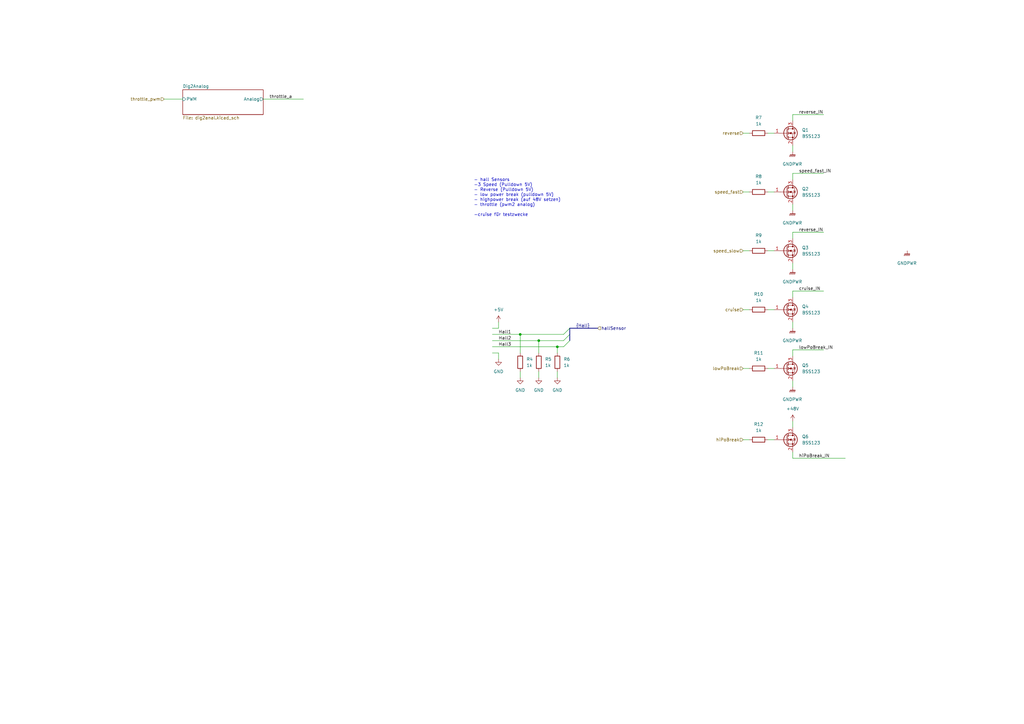
<source format=kicad_sch>
(kicad_sch (version 20211123) (generator eeschema)
  (paper "A3")
  (lib_symbols
    (symbol "Device:R" (pin_numbers hide) (pin_names (offset 0))
      (property "Reference" "R" (at 2.032 0 90))
      (property "Value" "R" (at 0 0 90))
      (symbol "R_0_1"
        (rectangle (start -1.016 -2.54) (end 1.016 2.54) (stroke (width 0.254)))
      )
      (symbol "R_1_1"
        (pin passive line (at 0 3.81 270) (length 1.27) (name "~") (number "1"))
        (pin passive line (at 0 -3.81 90) (length 1.27) (name "~") (number "2"))
      )
    )
    (symbol "Transistor_FET:BSS123" (pin_names hide)
      (property "Reference" "Q" (at 5.08 1.905 0))
      (property "Value" "BSS123" (at 5.08 0 0))
      (symbol "BSS123_0_1"
        (polyline (pts (xy 0.254 0) (xy -2.54 0)))
        (polyline (pts (xy 0.254 1.905) (xy 0.254 -1.905)) (stroke (width 0.254)))
        (polyline (pts (xy 0.762 -1.27) (xy 0.762 -2.286)) (stroke (width 0.254)))
        (polyline (pts (xy 0.762 0.508) (xy 0.762 -0.508)) (stroke (width 0.254)))
        (polyline (pts (xy 0.762 2.286) (xy 0.762 1.27)) (stroke (width 0.254)))
        (polyline (pts (xy 2.54 2.54) (xy 2.54 1.778)))
        (polyline (pts (xy 2.54 -2.54) (xy 2.54 0) (xy 0.762 0)))
        (polyline (pts (xy 0.762 -1.778) (xy 3.302 -1.778) (xy 3.302 1.778) (xy 0.762 1.778)))
        (polyline (pts (xy 1.016 0) (xy 2.032 0.381) (xy 2.032 -0.381) (xy 1.016 0)) (fill (type outline)))
        (polyline (pts (xy 2.794 0.508) (xy 2.921 0.381) (xy 3.683 0.381) (xy 3.81 0.254)))
        (polyline (pts (xy 3.302 0.381) (xy 2.921 -0.254) (xy 3.683 -0.254) (xy 3.302 0.381)))
        (circle (center 1.651 0) (radius 2.794) (stroke (width 0.254)))
        (circle (center 2.54 -1.778) (radius 0.254) (fill (type outline)))
        (circle (center 2.54 1.778) (radius 0.254) (fill (type outline)))
      )
      (symbol "BSS123_1_1"
        (pin input line (at -5.08 0 0) (length 2.54) (name "G") (number "1"))
        (pin passive line (at 2.54 -5.08 90) (length 2.54) (name "S") (number "2"))
        (pin passive line (at 2.54 5.08 270) (length 2.54) (name "D") (number "3"))
      )
    )
    (symbol "power:+48V" (power) (pin_names (offset 0))
      (property "Value" "+48V" (at 0 3.556 0))
      (symbol "+48V_0_1"
        (polyline (pts (xy -0.762 1.27) (xy 0 2.54)))
        (polyline (pts (xy 0 0) (xy 0 2.54)))
        (polyline (pts (xy 0 2.54) (xy 0.762 1.27)))
      )
      (symbol "+48V_1_1"
        (pin power_in line (at 0 0 90) (length 0) hide (name "+48V") (number "1"))
      )
    )
    (symbol "power:+5V" (power) (pin_names (offset 0))
      (property "Value" "+5V" (at 0 3.556 0))
      (symbol "+5V_0_1"
        (polyline (pts (xy -0.762 1.27) (xy 0 2.54)))
        (polyline (pts (xy 0 0) (xy 0 2.54)))
        (polyline (pts (xy 0 2.54) (xy 0.762 1.27)))
      )
      (symbol "+5V_1_1"
        (pin power_in line (at 0 0 90) (length 0) hide (name "+5V") (number "1"))
      )
    )
    (symbol "power:GND" (power) (pin_names (offset 0))
      (property "Value" "GND" (at 0 -3.81 0))
      (symbol "GND_0_1"
        (polyline (pts (xy 0 0) (xy 0 -1.27) (xy 1.27 -1.27) (xy 0 -2.54) (xy -1.27 -1.27) (xy 0 -1.27)))
      )
      (symbol "GND_1_1"
        (pin power_in line (at 0 0 270) (length 0) hide (name "GND") (number "1"))
      )
    )
    (symbol "power:GNDPWR" (power) (pin_names (offset 0))
      (property "Value" "GNDPWR" (at 0 -3.302 0))
      (symbol "GNDPWR_0_1"
        (polyline (pts (xy 0 -1.27) (xy 0 0)))
        (polyline (pts (xy -1.016 -1.27) (xy -1.27 -2.032) (xy -1.27 -2.032)) (stroke (width 0.2032)))
        (polyline (pts (xy -0.508 -1.27) (xy -0.762 -2.032) (xy -0.762 -2.032)) (stroke (width 0.2032)))
        (polyline (pts (xy 0 -1.27) (xy -0.254 -2.032) (xy -0.254 -2.032)) (stroke (width 0.2032)))
        (polyline (pts (xy 0.508 -1.27) (xy 0.254 -2.032) (xy 0.254 -2.032)) (stroke (width 0.2032)))
        (polyline (pts (xy 1.016 -1.27) (xy -1.016 -1.27) (xy -1.016 -1.27)) (stroke (width 0.2032)))
        (polyline (pts (xy 1.016 -1.27) (xy 0.762 -2.032) (xy 0.762 -2.032) (xy 0.762 -2.032)) (stroke (width 0.2032)))
      )
      (symbol "GNDPWR_1_1"
        (pin power_in line (at 0 0 270) (length 0) hide (name "GNDPWR") (number "1"))
      )
    )
  )
  (bus_alias "Hall" (members "Hall1" "Hall2" "Hall3"))
  (junction (at 213.36 137.16))
  (junction (at 220.98 139.7))
  (junction (at 228.6 142.24))
  (bus_entry (at 233.68 139.7) (size -2.54 2.54))
  (bus_entry (at 233.68 137.16) (size -2.54 2.54))
  (bus_entry (at 233.68 134.62) (size -2.54 2.54))
  (wire (pts (xy 228.6 142.24) (xy 231.14 142.24)))
  (wire (pts (xy 314.96 54.61) (xy 317.5 54.61)))
  (wire (pts (xy 325.12 185.42) (xy 325.12 187.96)))
  (wire (pts (xy 304.8 102.87) (xy 307.34 102.87)))
  (wire (pts (xy 304.8 151.13) (xy 307.34 151.13)))
  (wire (pts (xy 325.12 46.99) (xy 337.82 46.99)))
  (wire (pts (xy 228.6 152.4) (xy 228.6 154.94)))
  (wire (pts (xy 213.36 137.16) (xy 213.36 144.78)))
  (bus (pts (xy 233.68 137.16) (xy 233.68 139.7)))
  (wire (pts (xy 314.96 180.34) (xy 317.5 180.34)))
  (wire (pts (xy 325.12 146.05) (xy 325.12 143.51)))
  (wire (pts (xy 325.12 121.92) (xy 325.12 119.38)))
  (wire (pts (xy 325.12 187.96) (xy 346.71 187.96)))
  (wire (pts (xy 228.6 142.24) (xy 228.6 144.78)))
  (wire (pts (xy 325.12 156.21) (xy 325.12 158.75)))
  (wire (pts (xy 325.12 95.25) (xy 337.82 95.25)))
  (wire (pts (xy 325.12 71.12) (xy 337.82 71.12)))
  (wire (pts (xy 325.12 97.79) (xy 325.12 95.25)))
  (bus (pts (xy 233.68 134.62) (xy 245.11 134.62)))
  (wire (pts (xy 220.98 139.7) (xy 220.98 144.78)))
  (wire (pts (xy 325.12 132.08) (xy 325.12 134.62)))
  (wire (pts (xy 325.12 107.95) (xy 325.12 110.49)))
  (wire (pts (xy 304.8 54.61) (xy 307.34 54.61)))
  (wire (pts (xy 325.12 143.51) (xy 337.82 143.51)))
  (wire (pts (xy 220.98 152.4) (xy 220.98 154.94)))
  (wire (pts (xy 304.8 180.34) (xy 307.34 180.34)))
  (wire (pts (xy 201.93 137.16) (xy 213.36 137.16)))
  (wire (pts (xy 325.12 119.38) (xy 337.82 119.38)))
  (wire (pts (xy 314.96 78.74) (xy 317.5 78.74)))
  (wire (pts (xy 201.93 139.7) (xy 220.98 139.7)))
  (wire (pts (xy 201.93 144.78) (xy 204.47 144.78)))
  (wire (pts (xy 325.12 83.82) (xy 325.12 86.36)))
  (wire (pts (xy 325.12 49.53) (xy 325.12 46.99)))
  (wire (pts (xy 213.36 137.16) (xy 231.14 137.16)))
  (wire (pts (xy 220.98 139.7) (xy 231.14 139.7)))
  (wire (pts (xy 201.93 134.62) (xy 204.47 134.62)))
  (wire (pts (xy 201.93 142.24) (xy 228.6 142.24)))
  (wire (pts (xy 304.8 78.74) (xy 307.34 78.74)))
  (wire (pts (xy 325.12 175.26) (xy 325.12 172.72)))
  (wire (pts (xy 314.96 127) (xy 317.5 127)))
  (wire (pts (xy 314.96 151.13) (xy 317.5 151.13)))
  (wire (pts (xy 67.31 40.64) (xy 74.93 40.64)))
  (wire (pts (xy 314.96 102.87) (xy 317.5 102.87)))
  (wire (pts (xy 325.12 73.66) (xy 325.12 71.12)))
  (wire (pts (xy 204.47 147.32) (xy 204.47 144.78)))
  (wire (pts (xy 107.95 40.64) (xy 124.46 40.64)))
  (wire (pts (xy 204.47 132.08) (xy 204.47 134.62)))
  (bus (pts (xy 233.68 134.62) (xy 233.68 137.16)))
  (wire (pts (xy 213.36 152.4) (xy 213.36 154.94)))
  (wire (pts (xy 304.8 127) (xy 307.34 127)))
  (wire (pts (xy 325.12 59.69) (xy 325.12 62.23)))
  (text "- hall Sensors\n-3 Speed (Pulldown 5V)\n- Reverse (Pulldown 5V)\n- low power break (pulldown 5V)\n- highpower break (auf 48V setzen)\n- throttle (pwm2 analog)\n\n-cruise für testzwecke\n" (at 194.31 88.9 0) (effects (font (size 1.27 1.27)) (justify left bottom)))
  (label "throttle_a" (at 110.49 40.64 0))
  (label "speed_fast_IN" (at 327.66 71.12 0))
  (label "Hall3" (at 204.47 142.24 0))
  (label "cruise_IN" (at 327.66 119.38 0))
  (label "reverse_IN" (at 327.66 46.99 0))
  (label "hiPoBreak_IN" (at 327.66 187.96 0))
  (label "{Hall}" (at 236.22 134.62 0))
  (label "lowPoBreak_IN" (at 327.66 143.51 0))
  (label "Hall1" (at 204.47 137.16 0))
  (label "reverse_IN" (at 327.66 95.25 0))
  (label "Hall2" (at 204.47 139.7 0))
  (hierarchical_label "speed_slow" (shape input) (at 304.8 102.87 180))
  (hierarchical_label "speed_fast" (shape input) (at 304.8 78.74 180))
  (hierarchical_label "throttle_pwm" (shape input) (at 67.31 40.64 180))
  (hierarchical_label "reverse" (shape input) (at 304.8 54.61 180))
  (hierarchical_label "hiPoBreak" (shape input) (at 304.8 180.34 180))
  (hierarchical_label "hallSensor" (shape input) (at 245.11 134.62 0))
  (hierarchical_label "cruise" (shape input) (at 304.8 127 180))
  (hierarchical_label "lowPoBreak" (shape input) (at 304.8 151.13 180))
  (symbol (lib_id "power:GNDPWR") (at 325.12 134.62 0) (unit 1)
    (property "Reference" "#PWR0135" (effects hide))
    (property "Value" "GNDPWR" (at 324.993 139.7 0))
  )
  (symbol (lib_id "power:GNDPWR") (at 372.11 102.87 0) (unit 1)
    (property "Reference" "#PWR0131" (effects hide))
    (property "Value" "GNDPWR" (at 371.983 107.95 0))
  )
  (symbol (lib_id "power:GND") (at 204.47 147.32 0) (unit 1)
    (property "Reference" "#PWR0127" (effects hide))
    (property "Value" "GND" (at 204.47 152.4 0))
  )
  (symbol (lib_id "Device:R") (at 311.15 78.74 270) (unit 1)
    (property "Reference" "R8" (at 311.15 72.39 90))
    (property "Value" "1k" (at 311.15 74.93 90))
    (property "Footprint" "Resistor_SMD:R_0603_1608Metric" (effects hide))
  )
  (symbol (lib_id "power:GNDPWR") (at 325.12 110.49 0) (unit 1)
    (property "Reference" "#PWR0129" (effects hide))
    (property "Value" "GNDPWR" (at 324.993 115.57 0))
  )
  (symbol (lib_id "power:GNDPWR") (at 325.12 86.36 0) (unit 1)
    (property "Reference" "#PWR0132" (effects hide))
    (property "Value" "GNDPWR" (at 324.993 91.44 0))
  )
  (symbol (lib_id "Device:R") (at 311.15 102.87 270) (unit 1)
    (property "Reference" "R9" (at 311.15 96.52 90))
    (property "Value" "1k" (at 311.15 99.06 90))
    (property "Footprint" "Resistor_SMD:R_0603_1608Metric" (effects hide))
  )
  (symbol (lib_id "Transistor_FET:BSS123") (at 322.58 78.74 0) (unit 1)
    (property "Reference" "Q2" (at 328.93 77.4699 0) (effects (justify left)))
    (property "Value" "BSS123" (at 328.93 80.0099 0) (effects (justify left)))
    (property "Footprint" "Package_TO_SOT_SMD:SOT-23" (effects hide))
    (property "Datasheet" "http://www.diodes.com/assets/Datasheets/ds30366.pdf" (effects hide))
  )
  (symbol (lib_id "Transistor_FET:BSS123") (at 322.58 151.13 0) (unit 1)
    (property "Reference" "Q5" (at 328.93 149.8599 0) (effects (justify left)))
    (property "Value" "BSS123" (at 328.93 152.3999 0) (effects (justify left)))
    (property "Footprint" "Package_TO_SOT_SMD:SOT-23" (effects hide))
    (property "Datasheet" "http://www.diodes.com/assets/Datasheets/ds30366.pdf" (effects hide))
  )
  (symbol (lib_id "Device:R") (at 311.15 127 270) (unit 1)
    (property "Reference" "R10" (at 311.15 120.65 90))
    (property "Value" "1k" (at 311.15 123.19 90))
    (property "Footprint" "Resistor_SMD:R_0603_1608Metric" (effects hide))
  )
  (symbol (lib_id "power:GNDPWR") (at 325.12 158.75 0) (unit 1)
    (property "Reference" "#PWR0133" (effects hide))
    (property "Value" "GNDPWR" (at 324.993 163.83 0))
  )
  (symbol (lib_id "power:GNDPWR") (at 325.12 62.23 0) (unit 1)
    (property "Reference" "#PWR0130" (effects hide))
    (property "Value" "GNDPWR" (at 324.993 67.31 0))
  )
  (symbol (lib_id "Transistor_FET:BSS123") (at 322.58 127 0) (unit 1)
    (property "Reference" "Q4" (at 328.93 125.7299 0) (effects (justify left)))
    (property "Value" "BSS123" (at 328.93 128.2699 0) (effects (justify left)))
    (property "Footprint" "Package_TO_SOT_SMD:SOT-23" (effects hide))
    (property "Datasheet" "http://www.diodes.com/assets/Datasheets/ds30366.pdf" (effects hide))
  )
  (symbol (lib_id "power:+48V") (at 325.12 172.72 0) (unit 1)
    (property "Reference" "#PWR0134" (effects hide))
    (property "Value" "+48V" (at 325.12 167.64 0))
  )
  (symbol (lib_id "Device:R") (at 213.36 148.59 180) (unit 1)
    (property "Reference" "R4" (at 215.9 147.3199 0) (effects (justify right)))
    (property "Value" "1k" (at 215.9 149.8599 0) (effects (justify right)))
    (property "Footprint" "Resistor_SMD:R_0603_1608Metric" (effects hide))
  )
  (symbol (lib_id "power:GND") (at 213.36 154.94 0) (unit 1)
    (property "Reference" "#PWR0126" (effects hide))
    (property "Value" "GND" (at 213.36 160.02 0))
  )
  (symbol (lib_id "Transistor_FET:BSS123") (at 322.58 180.34 0) (unit 1)
    (property "Reference" "Q6" (at 328.93 179.0699 0) (effects (justify left)))
    (property "Value" "BSS123" (at 328.93 181.6099 0) (effects (justify left)))
    (property "Footprint" "Package_TO_SOT_SMD:SOT-23" (effects hide))
    (property "Datasheet" "http://www.diodes.com/assets/Datasheets/ds30366.pdf" (effects hide))
  )
  (symbol (lib_id "power:+5V") (at 204.47 132.08 0) (unit 1)
    (property "Reference" "#PWR0128" (effects hide))
    (property "Value" "+5V" (at 204.47 127 0))
  )
  (symbol (lib_id "power:GND") (at 220.98 154.94 0) (unit 1)
    (property "Reference" "#PWR0125" (effects hide))
    (property "Value" "GND" (at 220.98 160.02 0))
  )
  (symbol (lib_id "Transistor_FET:BSS123") (at 322.58 102.87 0) (unit 1)
    (property "Reference" "Q3" (at 328.93 101.5999 0) (effects (justify left)))
    (property "Value" "BSS123" (at 328.93 104.1399 0) (effects (justify left)))
    (property "Footprint" "Package_TO_SOT_SMD:SOT-23" (effects hide))
    (property "Datasheet" "http://www.diodes.com/assets/Datasheets/ds30366.pdf" (effects hide))
  )
  (symbol (lib_id "Device:R") (at 228.6 148.59 180) (unit 1)
    (property "Reference" "R6" (at 231.14 147.3199 0) (effects (justify right)))
    (property "Value" "1k" (at 231.14 149.8599 0) (effects (justify right)))
    (property "Footprint" "Resistor_SMD:R_0603_1608Metric" (effects hide))
  )
  (symbol (lib_id "Device:R") (at 311.15 151.13 270) (unit 1)
    (property "Reference" "R11" (at 311.15 144.78 90))
    (property "Value" "1k" (at 311.15 147.32 90))
    (property "Footprint" "Resistor_SMD:R_0603_1608Metric" (effects hide))
  )
  (symbol (lib_id "Device:R") (at 311.15 54.61 270) (unit 1)
    (property "Reference" "R7" (at 311.15 48.26 90))
    (property "Value" "1k" (at 311.15 50.8 90))
    (property "Footprint" "Resistor_SMD:R_0603_1608Metric" (effects hide))
  )
  (symbol (lib_id "power:GND") (at 228.6 154.94 0) (unit 1)
    (property "Reference" "#PWR0124" (effects hide))
    (property "Value" "GND" (at 228.6 160.02 0))
  )
  (symbol (lib_id "Device:R") (at 220.98 148.59 180) (unit 1)
    (property "Reference" "R5" (at 223.52 147.3199 0) (effects (justify right)))
    (property "Value" "1k" (at 223.52 149.8599 0) (effects (justify right)))
    (property "Footprint" "Resistor_SMD:R_0603_1608Metric" (effects hide))
  )
  (symbol (lib_id "Transistor_FET:BSS123") (at 322.58 54.61 0) (unit 1)
    (property "Reference" "Q1" (at 328.93 53.3399 0) (effects (justify left)))
    (property "Value" "BSS123" (at 328.93 55.8799 0) (effects (justify left)))
    (property "Footprint" "Package_TO_SOT_SMD:SOT-23" (effects hide))
    (property "Datasheet" "http://www.diodes.com/assets/Datasheets/ds30366.pdf" (effects hide))
  )
  (symbol (lib_id "Device:R") (at 311.15 180.34 270) (unit 1)
    (property "Reference" "R12" (at 311.15 173.99 90))
    (property "Value" "1k" (at 311.15 176.53 90))
    (property "Footprint" "Resistor_SMD:R_0603_1608Metric" (effects hide))
  )
  (sheet (at 74.93 36.83) (size 33.02 10.16) (stroke (width 0.1524))
    (property "Sheet name" "Dig2Analog" (at 74.93 36.1184 0) (effects (justify left bottom)))
    (property "Sheet file" "dig2anal.kicad_sch" (at 74.93 47.5746 0) (effects (justify left top)))
    (pin "Analog" output (at 107.95 40.64 0))
    (pin "PWM" input (at 74.93 40.64 180))
  )
)
</source>
